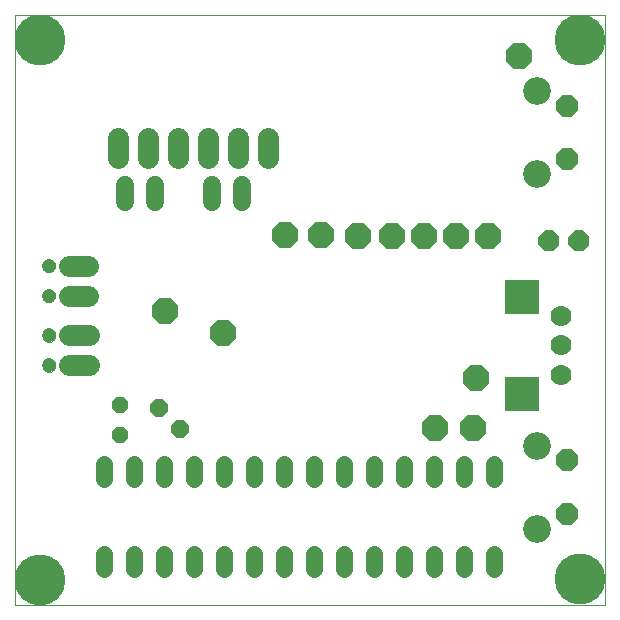
<source format=gts>
G75*
%MOIN*%
%OFA0B0*%
%FSLAX24Y24*%
%IPPOS*%
%LPD*%
%AMOC8*
5,1,8,0,0,1.08239X$1,22.5*
%
%ADD10C,0.0000*%
%ADD11OC8,0.0890*%
%ADD12C,0.0560*%
%ADD13C,0.0600*%
%ADD14OC8,0.0700*%
%ADD15OC8,0.0740*%
%ADD16C,0.0925*%
%ADD17C,0.0700*%
%ADD18R,0.1142X0.1142*%
%ADD19C,0.0700*%
%ADD20C,0.0690*%
%ADD21C,0.0473*%
%ADD22OC8,0.0600*%
%ADD23OC8,0.0560*%
%ADD24C,0.1700*%
D10*
X000350Y000350D02*
X000350Y020035D01*
X020035Y020035D01*
X020035Y000350D01*
X000350Y000350D01*
X001267Y008344D02*
X001269Y008373D01*
X001275Y008401D01*
X001284Y008429D01*
X001297Y008455D01*
X001314Y008478D01*
X001333Y008500D01*
X001355Y008519D01*
X001380Y008534D01*
X001406Y008547D01*
X001434Y008555D01*
X001462Y008560D01*
X001491Y008561D01*
X001520Y008558D01*
X001548Y008551D01*
X001575Y008541D01*
X001601Y008527D01*
X001624Y008510D01*
X001645Y008490D01*
X001663Y008467D01*
X001678Y008442D01*
X001689Y008415D01*
X001697Y008387D01*
X001701Y008358D01*
X001701Y008330D01*
X001697Y008301D01*
X001689Y008273D01*
X001678Y008246D01*
X001663Y008221D01*
X001645Y008198D01*
X001624Y008178D01*
X001601Y008161D01*
X001575Y008147D01*
X001548Y008137D01*
X001520Y008130D01*
X001491Y008127D01*
X001462Y008128D01*
X001434Y008133D01*
X001406Y008141D01*
X001380Y008154D01*
X001355Y008169D01*
X001333Y008188D01*
X001314Y008210D01*
X001297Y008233D01*
X001284Y008259D01*
X001275Y008287D01*
X001269Y008315D01*
X001267Y008344D01*
X001267Y009344D02*
X001269Y009373D01*
X001275Y009401D01*
X001284Y009429D01*
X001297Y009455D01*
X001314Y009478D01*
X001333Y009500D01*
X001355Y009519D01*
X001380Y009534D01*
X001406Y009547D01*
X001434Y009555D01*
X001462Y009560D01*
X001491Y009561D01*
X001520Y009558D01*
X001548Y009551D01*
X001575Y009541D01*
X001601Y009527D01*
X001624Y009510D01*
X001645Y009490D01*
X001663Y009467D01*
X001678Y009442D01*
X001689Y009415D01*
X001697Y009387D01*
X001701Y009358D01*
X001701Y009330D01*
X001697Y009301D01*
X001689Y009273D01*
X001678Y009246D01*
X001663Y009221D01*
X001645Y009198D01*
X001624Y009178D01*
X001601Y009161D01*
X001575Y009147D01*
X001548Y009137D01*
X001520Y009130D01*
X001491Y009127D01*
X001462Y009128D01*
X001434Y009133D01*
X001406Y009141D01*
X001380Y009154D01*
X001355Y009169D01*
X001333Y009188D01*
X001314Y009210D01*
X001297Y009233D01*
X001284Y009259D01*
X001275Y009287D01*
X001269Y009315D01*
X001267Y009344D01*
X001259Y010670D02*
X001261Y010699D01*
X001267Y010727D01*
X001276Y010755D01*
X001289Y010781D01*
X001306Y010804D01*
X001325Y010826D01*
X001347Y010845D01*
X001372Y010860D01*
X001398Y010873D01*
X001426Y010881D01*
X001454Y010886D01*
X001483Y010887D01*
X001512Y010884D01*
X001540Y010877D01*
X001567Y010867D01*
X001593Y010853D01*
X001616Y010836D01*
X001637Y010816D01*
X001655Y010793D01*
X001670Y010768D01*
X001681Y010741D01*
X001689Y010713D01*
X001693Y010684D01*
X001693Y010656D01*
X001689Y010627D01*
X001681Y010599D01*
X001670Y010572D01*
X001655Y010547D01*
X001637Y010524D01*
X001616Y010504D01*
X001593Y010487D01*
X001567Y010473D01*
X001540Y010463D01*
X001512Y010456D01*
X001483Y010453D01*
X001454Y010454D01*
X001426Y010459D01*
X001398Y010467D01*
X001372Y010480D01*
X001347Y010495D01*
X001325Y010514D01*
X001306Y010536D01*
X001289Y010559D01*
X001276Y010585D01*
X001267Y010613D01*
X001261Y010641D01*
X001259Y010670D01*
X001259Y011670D02*
X001261Y011699D01*
X001267Y011727D01*
X001276Y011755D01*
X001289Y011781D01*
X001306Y011804D01*
X001325Y011826D01*
X001347Y011845D01*
X001372Y011860D01*
X001398Y011873D01*
X001426Y011881D01*
X001454Y011886D01*
X001483Y011887D01*
X001512Y011884D01*
X001540Y011877D01*
X001567Y011867D01*
X001593Y011853D01*
X001616Y011836D01*
X001637Y011816D01*
X001655Y011793D01*
X001670Y011768D01*
X001681Y011741D01*
X001689Y011713D01*
X001693Y011684D01*
X001693Y011656D01*
X001689Y011627D01*
X001681Y011599D01*
X001670Y011572D01*
X001655Y011547D01*
X001637Y011524D01*
X001616Y011504D01*
X001593Y011487D01*
X001567Y011473D01*
X001540Y011463D01*
X001512Y011456D01*
X001483Y011453D01*
X001454Y011454D01*
X001426Y011459D01*
X001398Y011467D01*
X001372Y011480D01*
X001347Y011495D01*
X001325Y011514D01*
X001306Y011536D01*
X001289Y011559D01*
X001276Y011585D01*
X001267Y011613D01*
X001261Y011641D01*
X001259Y011670D01*
D11*
X005350Y010143D03*
X007280Y009422D03*
X011781Y012670D03*
X012939Y012664D03*
X014000Y012659D03*
X015063Y012654D03*
X016128Y012653D03*
X010565Y012684D03*
X009367Y012677D03*
X015714Y007923D03*
X015630Y006269D03*
X014371Y006258D03*
X017168Y018666D03*
D12*
X016317Y005065D02*
X016317Y004545D01*
X015317Y004545D02*
X015317Y005065D01*
X014317Y005065D02*
X014317Y004545D01*
X013317Y004545D02*
X013317Y005065D01*
X012317Y005065D02*
X012317Y004545D01*
X011317Y004545D02*
X011317Y005065D01*
X010317Y005065D02*
X010317Y004545D01*
X009317Y004545D02*
X009317Y005065D01*
X008317Y005065D02*
X008317Y004545D01*
X007317Y004545D02*
X007317Y005065D01*
X006317Y005065D02*
X006317Y004545D01*
X005317Y004545D02*
X005317Y005065D01*
X004317Y005065D02*
X004317Y004545D01*
X003317Y004545D02*
X003317Y005065D01*
X003317Y002065D02*
X003317Y001545D01*
X004317Y001545D02*
X004317Y002065D01*
X005317Y002065D02*
X005317Y001545D01*
X006317Y001545D02*
X006317Y002065D01*
X007317Y002065D02*
X007317Y001545D01*
X008317Y001545D02*
X008317Y002065D01*
X009317Y002065D02*
X009317Y001545D01*
X010317Y001545D02*
X010317Y002065D01*
X011317Y002065D02*
X011317Y001545D01*
X012317Y001545D02*
X012317Y002065D01*
X013317Y002065D02*
X013317Y001545D01*
X014317Y001545D02*
X014317Y002065D01*
X015317Y002065D02*
X015317Y001545D01*
X016317Y001545D02*
X016317Y002065D01*
D13*
X007916Y013783D02*
X007916Y014343D01*
X006916Y014343D02*
X006916Y013783D01*
X005021Y013790D02*
X005021Y014350D01*
X004021Y014350D02*
X004021Y013790D01*
D14*
X018157Y012502D03*
X019157Y012502D03*
D15*
X018753Y015208D03*
X018753Y016988D03*
X018753Y005177D03*
X018753Y003397D03*
D16*
X017773Y002907D03*
X017773Y005667D03*
X017773Y014718D03*
X017773Y017478D03*
D17*
X018568Y009996D03*
X018568Y009011D03*
X018568Y008027D03*
D18*
X017268Y007397D03*
X017268Y010626D03*
D19*
X008804Y015259D02*
X008804Y015919D01*
X007804Y015919D02*
X007804Y015259D01*
X006804Y015259D02*
X006804Y015919D01*
X005804Y015919D02*
X005804Y015259D01*
X004804Y015259D02*
X004804Y015919D01*
X003804Y015919D02*
X003804Y015259D01*
D20*
X002801Y011670D02*
X002151Y011670D01*
X002151Y010670D02*
X002801Y010670D01*
X002809Y009344D02*
X002160Y009344D01*
X002160Y008344D02*
X002809Y008344D01*
D21*
X001484Y008344D03*
X001484Y009344D03*
X001476Y010670D03*
X001476Y011670D03*
D22*
X005153Y006930D03*
X005853Y006230D03*
D23*
X003849Y006030D03*
X003849Y007030D03*
D24*
X001200Y001200D03*
X019179Y001212D03*
X019182Y019177D03*
X001201Y019175D03*
M02*

</source>
